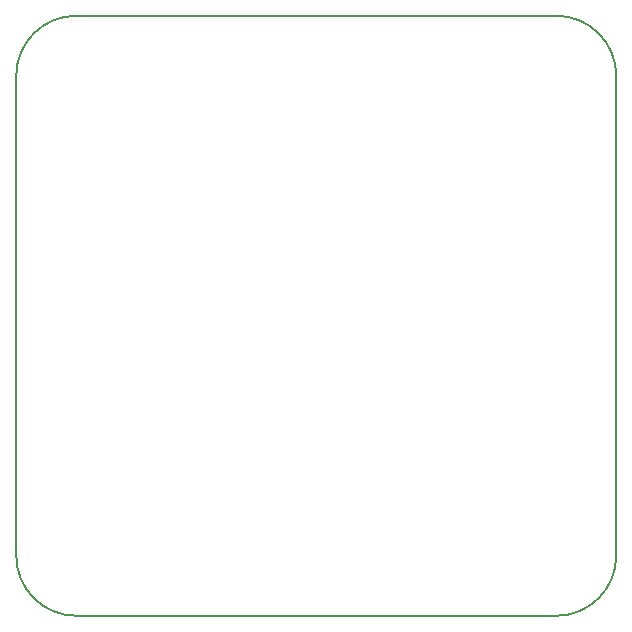
<source format=gbr>
G04 #@! TF.GenerationSoftware,KiCad,Pcbnew,5.0.2-bee76a0~70~ubuntu18.04.1*
G04 #@! TF.CreationDate,2019-02-26T17:57:15-05:00*
G04 #@! TF.ProjectId,New Buck Converter,4e657720-4275-4636-9b20-436f6e766572,rev?*
G04 #@! TF.SameCoordinates,Original*
G04 #@! TF.FileFunction,Profile,NP*
%FSLAX46Y46*%
G04 Gerber Fmt 4.6, Leading zero omitted, Abs format (unit mm)*
G04 Created by KiCad (PCBNEW 5.0.2-bee76a0~70~ubuntu18.04.1) date Tue 26 Feb 2019 05:57:15 PM EST*
%MOMM*%
%LPD*%
G01*
G04 APERTURE LIST*
%ADD10C,0.200000*%
G04 APERTURE END LIST*
D10*
X148328380Y-78933040D02*
X107688380Y-78933040D01*
X107688380Y-129733040D02*
G75*
G02X102608380Y-124653040I0J5080000D01*
G01*
X102608380Y-84013040D02*
G75*
G02X107688380Y-78933040I5080000J0D01*
G01*
X107688380Y-129733040D02*
X148328380Y-129733040D01*
X153408380Y-124653040D02*
G75*
G02X148328380Y-129733040I-5080000J0D01*
G01*
X148328380Y-78933040D02*
G75*
G02X153408380Y-84013040I0J-5080000D01*
G01*
X153408380Y-124653040D02*
X153408380Y-84013040D01*
X102608380Y-84013040D02*
X102608380Y-124653040D01*
M02*

</source>
